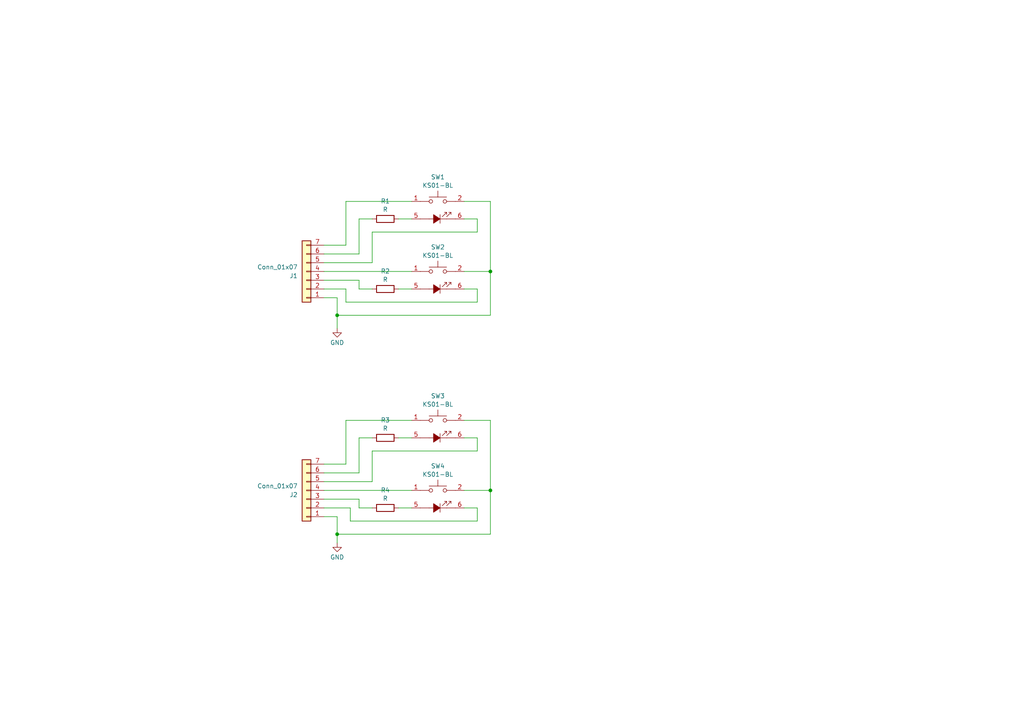
<source format=kicad_sch>
(kicad_sch (version 20230121) (generator eeschema)

  (uuid aadbc79b-64c9-4211-bd62-433a829a44c8)

  (paper "A4")

  (lib_symbols
    (symbol "Connector_Generic:Conn_01x07" (pin_names (offset 1.016) hide) (in_bom yes) (on_board yes)
      (property "Reference" "J" (at 0 10.16 0)
        (effects (font (size 1.27 1.27)))
      )
      (property "Value" "Conn_01x07" (at 0 -10.16 0)
        (effects (font (size 1.27 1.27)))
      )
      (property "Footprint" "" (at 0 0 0)
        (effects (font (size 1.27 1.27)) hide)
      )
      (property "Datasheet" "~" (at 0 0 0)
        (effects (font (size 1.27 1.27)) hide)
      )
      (property "ki_keywords" "connector" (at 0 0 0)
        (effects (font (size 1.27 1.27)) hide)
      )
      (property "ki_description" "Generic connector, single row, 01x07, script generated (kicad-library-utils/schlib/autogen/connector/)" (at 0 0 0)
        (effects (font (size 1.27 1.27)) hide)
      )
      (property "ki_fp_filters" "Connector*:*_1x??_*" (at 0 0 0)
        (effects (font (size 1.27 1.27)) hide)
      )
      (symbol "Conn_01x07_1_1"
        (rectangle (start -1.27 -7.493) (end 0 -7.747)
          (stroke (width 0.1524) (type default))
          (fill (type none))
        )
        (rectangle (start -1.27 -4.953) (end 0 -5.207)
          (stroke (width 0.1524) (type default))
          (fill (type none))
        )
        (rectangle (start -1.27 -2.413) (end 0 -2.667)
          (stroke (width 0.1524) (type default))
          (fill (type none))
        )
        (rectangle (start -1.27 0.127) (end 0 -0.127)
          (stroke (width 0.1524) (type default))
          (fill (type none))
        )
        (rectangle (start -1.27 2.667) (end 0 2.413)
          (stroke (width 0.1524) (type default))
          (fill (type none))
        )
        (rectangle (start -1.27 5.207) (end 0 4.953)
          (stroke (width 0.1524) (type default))
          (fill (type none))
        )
        (rectangle (start -1.27 7.747) (end 0 7.493)
          (stroke (width 0.1524) (type default))
          (fill (type none))
        )
        (rectangle (start -1.27 8.89) (end 1.27 -8.89)
          (stroke (width 0.254) (type default))
          (fill (type background))
        )
        (pin passive line (at -5.08 7.62 0) (length 3.81)
          (name "Pin_1" (effects (font (size 1.27 1.27))))
          (number "1" (effects (font (size 1.27 1.27))))
        )
        (pin passive line (at -5.08 5.08 0) (length 3.81)
          (name "Pin_2" (effects (font (size 1.27 1.27))))
          (number "2" (effects (font (size 1.27 1.27))))
        )
        (pin passive line (at -5.08 2.54 0) (length 3.81)
          (name "Pin_3" (effects (font (size 1.27 1.27))))
          (number "3" (effects (font (size 1.27 1.27))))
        )
        (pin passive line (at -5.08 0 0) (length 3.81)
          (name "Pin_4" (effects (font (size 1.27 1.27))))
          (number "4" (effects (font (size 1.27 1.27))))
        )
        (pin passive line (at -5.08 -2.54 0) (length 3.81)
          (name "Pin_5" (effects (font (size 1.27 1.27))))
          (number "5" (effects (font (size 1.27 1.27))))
        )
        (pin passive line (at -5.08 -5.08 0) (length 3.81)
          (name "Pin_6" (effects (font (size 1.27 1.27))))
          (number "6" (effects (font (size 1.27 1.27))))
        )
        (pin passive line (at -5.08 -7.62 0) (length 3.81)
          (name "Pin_7" (effects (font (size 1.27 1.27))))
          (number "7" (effects (font (size 1.27 1.27))))
        )
      )
    )
    (symbol "Device:R" (pin_numbers hide) (pin_names (offset 0)) (in_bom yes) (on_board yes)
      (property "Reference" "R" (at 2.032 0 90)
        (effects (font (size 1.27 1.27)))
      )
      (property "Value" "R" (at 0 0 90)
        (effects (font (size 1.27 1.27)))
      )
      (property "Footprint" "" (at -1.778 0 90)
        (effects (font (size 1.27 1.27)) hide)
      )
      (property "Datasheet" "~" (at 0 0 0)
        (effects (font (size 1.27 1.27)) hide)
      )
      (property "ki_keywords" "R res resistor" (at 0 0 0)
        (effects (font (size 1.27 1.27)) hide)
      )
      (property "ki_description" "Resistor" (at 0 0 0)
        (effects (font (size 1.27 1.27)) hide)
      )
      (property "ki_fp_filters" "R_*" (at 0 0 0)
        (effects (font (size 1.27 1.27)) hide)
      )
      (symbol "R_0_1"
        (rectangle (start -1.016 -2.54) (end 1.016 2.54)
          (stroke (width 0.254) (type default))
          (fill (type none))
        )
      )
      (symbol "R_1_1"
        (pin passive line (at 0 3.81 270) (length 1.27)
          (name "~" (effects (font (size 1.27 1.27))))
          (number "1" (effects (font (size 1.27 1.27))))
        )
        (pin passive line (at 0 -3.81 90) (length 1.27)
          (name "~" (effects (font (size 1.27 1.27))))
          (number "2" (effects (font (size 1.27 1.27))))
        )
      )
    )
    (symbol "kiu:KS01-BL" (pin_names (offset 1.016) hide) (in_bom yes) (on_board yes)
      (property "Reference" "SW" (at -5.08 2.54 0)
        (effects (font (size 1.27 1.27)) (justify left))
      )
      (property "Value" "KS01-BL" (at 0 -11.43 0)
        (effects (font (size 1.27 1.27)))
      )
      (property "Footprint" "" (at 0 5.08 0)
        (effects (font (size 1.27 1.27)) hide)
      )
      (property "Datasheet" "http://www.apem.com/int/index.php?controller=attachment&id_attachment=488" (at 0 5.08 0)
        (effects (font (size 1.27 1.27)) hide)
      )
      (property "ki_keywords" "switch normally-open pushbutton push-button LED" (at 0 0 0)
        (effects (font (size 1.27 1.27)) hide)
      )
      (property "ki_description" "MEC 5G single pole normally-open illuminated tactile switch with two LEDs" (at 0 0 0)
        (effects (font (size 1.27 1.27)) hide)
      )
      (property "ki_fp_filters" "SW*MEC*5G*" (at 0 0 0)
        (effects (font (size 1.27 1.27)) hide)
      )
      (symbol "KS01-BL_0_0"
        (polyline
          (pts
            (xy -5.08 -5.08)
            (xy -2.54 -5.08)
          )
          (stroke (width 0) (type default))
          (fill (type none))
        )
        (polyline
          (pts
            (xy -5.08 0)
            (xy -2.54 0)
          )
          (stroke (width 0) (type default))
          (fill (type none))
        )
        (polyline
          (pts
            (xy 0.635 -3.81)
            (xy 0.635 -6.35)
          )
          (stroke (width 0) (type default))
          (fill (type none))
        )
        (polyline
          (pts
            (xy 2.54 -5.08)
            (xy -2.54 -5.08)
          )
          (stroke (width 0) (type default))
          (fill (type none))
        )
        (polyline
          (pts
            (xy 2.54 -3.175)
            (xy 1.27 -4.445)
          )
          (stroke (width 0) (type default))
          (fill (type none))
        )
        (polyline
          (pts
            (xy 2.54 0)
            (xy 5.08 0)
          )
          (stroke (width 0) (type default))
          (fill (type none))
        )
        (polyline
          (pts
            (xy 3.81 -3.175)
            (xy 2.54 -4.445)
          )
          (stroke (width 0) (type default))
          (fill (type none))
        )
        (polyline
          (pts
            (xy 5.08 -5.08)
            (xy 2.54 -5.08)
          )
          (stroke (width 0) (type default))
          (fill (type none))
        )
        (polyline
          (pts
            (xy 2.54 -3.81)
            (xy 2.54 -3.175)
            (xy 1.905 -3.175)
          )
          (stroke (width 0) (type default))
          (fill (type none))
        )
        (polyline
          (pts
            (xy 3.81 -3.81)
            (xy 3.81 -3.175)
            (xy 3.175 -3.175)
          )
          (stroke (width 0) (type default))
          (fill (type none))
        )
        (polyline
          (pts
            (xy 0.635 -5.08)
            (xy -1.27 -3.81)
            (xy -1.27 -6.35)
            (xy 0.635 -5.08)
          )
          (stroke (width 0) (type default))
          (fill (type outline))
        )
      )
      (symbol "KS01-BL_0_1"
        (circle (center -2.032 0) (radius 0.508)
          (stroke (width 0) (type default))
          (fill (type none))
        )
        (polyline
          (pts
            (xy 0 1.27)
            (xy 0 3.048)
          )
          (stroke (width 0) (type default))
          (fill (type none))
        )
        (polyline
          (pts
            (xy 2.54 1.27)
            (xy -2.54 1.27)
          )
          (stroke (width 0) (type default))
          (fill (type none))
        )
        (circle (center 2.032 0) (radius 0.508)
          (stroke (width 0) (type default))
          (fill (type none))
        )
        (pin passive line (at -7.62 0 0) (length 2.54)
          (name "1" (effects (font (size 1.27 1.27))))
          (number "1" (effects (font (size 1.27 1.27))))
        )
        (pin passive line (at 7.62 0 180) (length 2.54)
          (name "2" (effects (font (size 1.27 1.27))))
          (number "2" (effects (font (size 1.27 1.27))))
        )
        (pin passive line (at -7.62 -5.08 0) (length 2.54)
          (name "5" (effects (font (size 1.27 1.27))))
          (number "5" (effects (font (size 1.27 1.27))))
        )
        (pin passive line (at 7.62 -5.08 180) (length 2.54)
          (name "6" (effects (font (size 1.27 1.27))))
          (number "6" (effects (font (size 1.27 1.27))))
        )
      )
    )
    (symbol "power:GND" (power) (pin_names (offset 0)) (in_bom yes) (on_board yes)
      (property "Reference" "#PWR" (at 0 -6.35 0)
        (effects (font (size 1.27 1.27)) hide)
      )
      (property "Value" "GND" (at 0 -3.81 0)
        (effects (font (size 1.27 1.27)))
      )
      (property "Footprint" "" (at 0 0 0)
        (effects (font (size 1.27 1.27)) hide)
      )
      (property "Datasheet" "" (at 0 0 0)
        (effects (font (size 1.27 1.27)) hide)
      )
      (property "ki_keywords" "global power" (at 0 0 0)
        (effects (font (size 1.27 1.27)) hide)
      )
      (property "ki_description" "Power symbol creates a global label with name \"GND\" , ground" (at 0 0 0)
        (effects (font (size 1.27 1.27)) hide)
      )
      (symbol "GND_0_1"
        (polyline
          (pts
            (xy 0 0)
            (xy 0 -1.27)
            (xy 1.27 -1.27)
            (xy 0 -2.54)
            (xy -1.27 -1.27)
            (xy 0 -1.27)
          )
          (stroke (width 0) (type default))
          (fill (type none))
        )
      )
      (symbol "GND_1_1"
        (pin power_in line (at 0 0 270) (length 0) hide
          (name "GND" (effects (font (size 1.27 1.27))))
          (number "1" (effects (font (size 1.27 1.27))))
        )
      )
    )
  )

  (junction (at 142.24 78.74) (diameter 0) (color 0 0 0 0)
    (uuid 29676013-6267-4c18-866e-d338fdf157d9)
  )
  (junction (at 97.79 154.94) (diameter 0) (color 0 0 0 0)
    (uuid 3ee2049f-cbad-4169-ac84-2165888cfb8a)
  )
  (junction (at 97.79 91.44) (diameter 0) (color 0 0 0 0)
    (uuid 407627ba-a56d-44cd-b85f-3a2aa0064905)
  )
  (junction (at 142.24 142.24) (diameter 0) (color 0 0 0 0)
    (uuid 43fab2ef-8325-4ae7-bb2a-5351df65ba30)
  )

  (wire (pts (xy 115.57 147.32) (xy 119.38 147.32))
    (stroke (width 0) (type default))
    (uuid 0309885e-191f-41db-bafe-2dd44fe3b9a8)
  )
  (wire (pts (xy 134.62 58.42) (xy 142.24 58.42))
    (stroke (width 0) (type default))
    (uuid 07459fe7-cf89-4759-9a3c-8ddb3a29a311)
  )
  (wire (pts (xy 93.98 71.12) (xy 100.33 71.12))
    (stroke (width 0) (type default))
    (uuid 143bd31e-2fc2-4a7e-87bb-23857e775507)
  )
  (wire (pts (xy 93.98 73.66) (xy 104.14 73.66))
    (stroke (width 0) (type default))
    (uuid 1a85a574-a845-408a-82bd-9fc63ba126c5)
  )
  (wire (pts (xy 104.14 81.28) (xy 104.14 83.82))
    (stroke (width 0) (type default))
    (uuid 1ab26962-dc82-4c5d-b928-7a0f8f74c458)
  )
  (wire (pts (xy 138.43 67.31) (xy 138.43 63.5))
    (stroke (width 0) (type default))
    (uuid 1e8f8693-4796-4722-a68b-81659af7de2f)
  )
  (wire (pts (xy 97.79 86.36) (xy 97.79 91.44))
    (stroke (width 0) (type default))
    (uuid 2790511e-4cdf-4f6c-9d61-412ab0f387a8)
  )
  (wire (pts (xy 138.43 130.81) (xy 107.95 130.81))
    (stroke (width 0) (type default))
    (uuid 2c27e9b5-019f-4892-b51a-cffc4f4e8afe)
  )
  (wire (pts (xy 100.33 71.12) (xy 100.33 58.42))
    (stroke (width 0) (type default))
    (uuid 2df35822-e339-49ea-87be-d4a4bd6a7b9c)
  )
  (wire (pts (xy 100.33 83.82) (xy 100.33 87.63))
    (stroke (width 0) (type default))
    (uuid 2e7626df-3a5a-483c-a15e-4bbe5763cf01)
  )
  (wire (pts (xy 138.43 87.63) (xy 138.43 83.82))
    (stroke (width 0) (type default))
    (uuid 2fab6516-5b8b-496e-a528-022a71796fdd)
  )
  (wire (pts (xy 100.33 58.42) (xy 119.38 58.42))
    (stroke (width 0) (type default))
    (uuid 3409e6ab-0d6a-4b8c-91c6-9fea8e6a4be0)
  )
  (wire (pts (xy 104.14 73.66) (xy 104.14 63.5))
    (stroke (width 0) (type default))
    (uuid 341f95b5-49e9-40a1-b1f4-bb89d619e0d0)
  )
  (wire (pts (xy 134.62 127) (xy 138.43 127))
    (stroke (width 0) (type default))
    (uuid 3600863a-08eb-42e7-be51-50ca9e436c51)
  )
  (wire (pts (xy 142.24 121.92) (xy 142.24 142.24))
    (stroke (width 0) (type default))
    (uuid 368f7b2c-d958-4eff-b80f-22c19176b22c)
  )
  (wire (pts (xy 100.33 121.92) (xy 119.38 121.92))
    (stroke (width 0) (type default))
    (uuid 46e408c7-9030-4fe3-95ba-d6d3ae9d7d12)
  )
  (wire (pts (xy 104.14 137.16) (xy 104.14 127))
    (stroke (width 0) (type default))
    (uuid 4a9b2d44-391f-4885-a14b-447fee57b13a)
  )
  (wire (pts (xy 93.98 83.82) (xy 100.33 83.82))
    (stroke (width 0) (type default))
    (uuid 4b876a0f-ee56-41b7-bc97-d7bf7ca61f71)
  )
  (wire (pts (xy 93.98 78.74) (xy 119.38 78.74))
    (stroke (width 0) (type default))
    (uuid 5078b3a8-5a40-465f-a7a2-533f614c3b61)
  )
  (wire (pts (xy 104.14 63.5) (xy 107.95 63.5))
    (stroke (width 0) (type default))
    (uuid 524e47d2-3a0f-43a6-ab0a-eecbf4c39a18)
  )
  (wire (pts (xy 115.57 83.82) (xy 119.38 83.82))
    (stroke (width 0) (type default))
    (uuid 58ec8bcc-1f62-4cf8-91c3-8128998a5a62)
  )
  (wire (pts (xy 97.79 149.86) (xy 97.79 154.94))
    (stroke (width 0) (type default))
    (uuid 5e037472-32aa-4d04-93a1-0d61311b6681)
  )
  (wire (pts (xy 142.24 78.74) (xy 142.24 91.44))
    (stroke (width 0) (type default))
    (uuid 5e6cf910-2209-4e2f-b9ba-be0977e2dc00)
  )
  (wire (pts (xy 93.98 139.7) (xy 107.95 139.7))
    (stroke (width 0) (type default))
    (uuid 60683f41-0b6c-4b1d-a502-fdecb00d7395)
  )
  (wire (pts (xy 101.6 151.13) (xy 101.6 147.32))
    (stroke (width 0) (type default))
    (uuid 6200b4f5-c986-4d8e-86b2-8b04f5ed28d4)
  )
  (wire (pts (xy 134.62 78.74) (xy 142.24 78.74))
    (stroke (width 0) (type default))
    (uuid 69263549-3fa5-4f85-a834-ba64beeec15e)
  )
  (wire (pts (xy 101.6 147.32) (xy 93.98 147.32))
    (stroke (width 0) (type default))
    (uuid 6b6a5d2e-bb61-4029-b965-03ec205519f4)
  )
  (wire (pts (xy 107.95 67.31) (xy 138.43 67.31))
    (stroke (width 0) (type default))
    (uuid 6e71af76-9ae8-4cd4-9b80-76aca68679eb)
  )
  (wire (pts (xy 93.98 134.62) (xy 100.33 134.62))
    (stroke (width 0) (type default))
    (uuid 717f526d-67a2-40ee-9f2c-433d89531f08)
  )
  (wire (pts (xy 134.62 121.92) (xy 142.24 121.92))
    (stroke (width 0) (type default))
    (uuid 77ce5463-9dce-4e8c-8882-284765c264fe)
  )
  (wire (pts (xy 138.43 147.32) (xy 134.62 147.32))
    (stroke (width 0) (type default))
    (uuid 7ec60fef-0a69-402a-8c38-8e4e43678ab8)
  )
  (wire (pts (xy 104.14 127) (xy 107.95 127))
    (stroke (width 0) (type default))
    (uuid 7f4b2159-2769-46d1-bbb5-0d88895bfac8)
  )
  (wire (pts (xy 93.98 142.24) (xy 119.38 142.24))
    (stroke (width 0) (type default))
    (uuid 7ffb92e9-fb19-471c-b7e6-f743749d695a)
  )
  (wire (pts (xy 107.95 130.81) (xy 107.95 139.7))
    (stroke (width 0) (type default))
    (uuid 822f1fbc-6954-4532-b3cc-4c74ea3a7213)
  )
  (wire (pts (xy 142.24 142.24) (xy 142.24 154.94))
    (stroke (width 0) (type default))
    (uuid 86020c76-cfe2-40e7-beda-426c9cc027fa)
  )
  (wire (pts (xy 93.98 76.2) (xy 107.95 76.2))
    (stroke (width 0) (type default))
    (uuid 8f589ddc-a6e2-40e5-b4bb-625213b7543e)
  )
  (wire (pts (xy 104.14 83.82) (xy 107.95 83.82))
    (stroke (width 0) (type default))
    (uuid 8fed9fd6-1687-4778-af16-1a84729b86c9)
  )
  (wire (pts (xy 115.57 127) (xy 119.38 127))
    (stroke (width 0) (type default))
    (uuid 9133b824-8440-4600-a31c-e23e8e1fc8b2)
  )
  (wire (pts (xy 100.33 87.63) (xy 138.43 87.63))
    (stroke (width 0) (type default))
    (uuid 999e831a-61aa-46ba-83a5-f89e27ab5647)
  )
  (wire (pts (xy 97.79 91.44) (xy 97.79 95.25))
    (stroke (width 0) (type default))
    (uuid a3f75314-a089-4986-b5dd-c67dbafb6259)
  )
  (wire (pts (xy 104.14 144.78) (xy 104.14 147.32))
    (stroke (width 0) (type default))
    (uuid a6d43235-4d0d-4c3c-967b-d448182796d8)
  )
  (wire (pts (xy 93.98 149.86) (xy 97.79 149.86))
    (stroke (width 0) (type default))
    (uuid b15ed411-740c-47cf-943a-57fc953b5434)
  )
  (wire (pts (xy 104.14 147.32) (xy 107.95 147.32))
    (stroke (width 0) (type default))
    (uuid b516d1c4-ae6a-4313-9281-9cf59739b041)
  )
  (wire (pts (xy 97.79 91.44) (xy 142.24 91.44))
    (stroke (width 0) (type default))
    (uuid b7e880ad-4ae4-45e5-97c0-fdaf6b23c979)
  )
  (wire (pts (xy 115.57 63.5) (xy 119.38 63.5))
    (stroke (width 0) (type default))
    (uuid bc6a9dba-dc77-4aed-8567-f8aeb74afb3b)
  )
  (wire (pts (xy 138.43 151.13) (xy 101.6 151.13))
    (stroke (width 0) (type default))
    (uuid c221168f-51e1-4609-bfe0-adb603a1addf)
  )
  (wire (pts (xy 97.79 154.94) (xy 142.24 154.94))
    (stroke (width 0) (type default))
    (uuid c4581a93-9a1e-4cb1-aa42-7664d4836147)
  )
  (wire (pts (xy 138.43 127) (xy 138.43 130.81))
    (stroke (width 0) (type default))
    (uuid c4bc4e7a-2924-4fc6-bdbf-d4b8255b92da)
  )
  (wire (pts (xy 93.98 81.28) (xy 104.14 81.28))
    (stroke (width 0) (type default))
    (uuid cc241444-62f8-4b28-90cf-92b2d0d99811)
  )
  (wire (pts (xy 93.98 144.78) (xy 104.14 144.78))
    (stroke (width 0) (type default))
    (uuid d375fd07-95dd-4787-a694-fe508d144331)
  )
  (wire (pts (xy 138.43 83.82) (xy 134.62 83.82))
    (stroke (width 0) (type default))
    (uuid d92ea467-3cc8-4a58-bea5-fae1836cfdfa)
  )
  (wire (pts (xy 93.98 137.16) (xy 104.14 137.16))
    (stroke (width 0) (type default))
    (uuid ddc2e0ec-b5ec-41a4-b9cc-3981e0088b89)
  )
  (wire (pts (xy 138.43 147.32) (xy 138.43 151.13))
    (stroke (width 0) (type default))
    (uuid deeb1188-fa58-497e-a6f5-ed4f39bbe98f)
  )
  (wire (pts (xy 93.98 86.36) (xy 97.79 86.36))
    (stroke (width 0) (type default))
    (uuid e009abdc-79e1-4804-b3ab-54cb94fd59b2)
  )
  (wire (pts (xy 134.62 63.5) (xy 138.43 63.5))
    (stroke (width 0) (type default))
    (uuid e9847067-77e7-4a91-8fba-b73eef66107b)
  )
  (wire (pts (xy 142.24 58.42) (xy 142.24 78.74))
    (stroke (width 0) (type default))
    (uuid ede243a7-4c9b-42ce-9280-e3cc9061d46f)
  )
  (wire (pts (xy 107.95 76.2) (xy 107.95 67.31))
    (stroke (width 0) (type default))
    (uuid eea68eda-7820-4a66-9242-c0bc889a1948)
  )
  (wire (pts (xy 100.33 134.62) (xy 100.33 121.92))
    (stroke (width 0) (type default))
    (uuid f404f88b-0a88-44d5-aa9f-2a4eab50d334)
  )
  (wire (pts (xy 97.79 154.94) (xy 97.79 157.48))
    (stroke (width 0) (type default))
    (uuid fb90e246-d615-4230-b79a-8a5018a37a5d)
  )
  (wire (pts (xy 134.62 142.24) (xy 142.24 142.24))
    (stroke (width 0) (type default))
    (uuid fcb98756-8be6-48d4-8e33-770b57874008)
  )

  (symbol (lib_id "Connector_Generic:Conn_01x07") (at 88.9 142.24 180) (unit 1)
    (in_bom yes) (on_board yes) (dnp no)
    (uuid 00f139a0-c424-42e6-b7b0-828f3f5f9831)
    (property "Reference" "J8" (at 86.36 143.51 0)
      (effects (font (size 1.27 1.27)) (justify left))
    )
    (property "Value" "Conn_01x07" (at 86.36 140.97 0)
      (effects (font (size 1.27 1.27)) (justify left))
    )
    (property "Footprint" "Connector_JST:JST_PH_B7B-PH-K_1x07_P2.00mm_Vertical" (at 88.9 142.24 0)
      (effects (font (size 1.27 1.27)) hide)
    )
    (property "Datasheet" "~" (at 88.9 142.24 0)
      (effects (font (size 1.27 1.27)) hide)
    )
    (pin "1" (uuid 6763dc10-3590-4ca7-9bb7-22d5387bd5a6))
    (pin "2" (uuid 128ee482-bf6b-4620-a759-add0dde073f9))
    (pin "3" (uuid dba79aa4-98be-4569-b151-8ca7a754f2f8))
    (pin "4" (uuid ab52f21f-7796-4cb3-bf8e-43c846f46e90))
    (pin "5" (uuid a53801ce-f88c-40c5-9092-b2369658709f))
    (pin "6" (uuid 6c67dca4-1e7b-4a85-a41c-a510a1edefc8))
    (pin "7" (uuid 1bbd4f63-2aa2-432d-b49c-060f6c48d646))
    (instances
      (project "kha-bgt-power-base"
        (path "/57ad5df2-8927-46d9-a1a6-3ab989d6d6dd"
          (reference "J8") (unit 1)
        )
      )
      (project "kha-bgt-generic-4btn-sub"
        (path "/aadbc79b-64c9-4211-bd62-433a829a44c8"
          (reference "J2") (unit 1)
        )
      )
    )
  )

  (symbol (lib_id "kiu:KS01-BL") (at 127 121.92 0) (unit 1)
    (in_bom yes) (on_board yes) (dnp no) (fields_autoplaced)
    (uuid 32f76364-ecf9-4db7-ab08-d0bc81ebc8ac)
    (property "Reference" "SW3" (at 127 114.8547 0)
      (effects (font (size 1.27 1.27)))
    )
    (property "Value" "KS01-BL" (at 127 117.2789 0)
      (effects (font (size 1.27 1.27)))
    )
    (property "Footprint" "kiu-footprints:KS01-BL" (at 127 116.84 0)
      (effects (font (size 1.27 1.27)) hide)
    )
    (property "Datasheet" "http://www.apem.com/int/index.php?controller=attachment&id_attachment=488" (at 127 116.84 0)
      (effects (font (size 1.27 1.27)) hide)
    )
    (pin "1" (uuid 6c6440a1-a720-4015-aa4f-dfd6407124b6))
    (pin "2" (uuid 1e4727ec-db52-427d-ad0b-48155b104f64))
    (pin "5" (uuid b93ae86e-efe9-4b16-9019-7b3d99d167da))
    (pin "6" (uuid 52fa92a5-2f39-4482-9604-ed8a32ee2099))
    (instances
      (project "kha-bgt-generic-4btn-sub"
        (path "/aadbc79b-64c9-4211-bd62-433a829a44c8"
          (reference "SW3") (unit 1)
        )
      )
    )
  )

  (symbol (lib_id "kiu:KS01-BL") (at 127 142.24 0) (unit 1)
    (in_bom yes) (on_board yes) (dnp no) (fields_autoplaced)
    (uuid 396a613a-53e2-4447-b9ca-2d19e3bc3455)
    (property "Reference" "SW4" (at 127 135.1747 0)
      (effects (font (size 1.27 1.27)))
    )
    (property "Value" "KS01-BL" (at 127 137.5989 0)
      (effects (font (size 1.27 1.27)))
    )
    (property "Footprint" "kiu-footprints:KS01-BL" (at 127 137.16 0)
      (effects (font (size 1.27 1.27)) hide)
    )
    (property "Datasheet" "http://www.apem.com/int/index.php?controller=attachment&id_attachment=488" (at 127 137.16 0)
      (effects (font (size 1.27 1.27)) hide)
    )
    (pin "1" (uuid cad4fd3d-68c8-4e3e-ada6-a9b71f6637ec))
    (pin "2" (uuid c5867a50-707a-47f7-8a82-0b05d218719a))
    (pin "5" (uuid b1c1da55-235c-4aef-8aa3-bc1df691b15e))
    (pin "6" (uuid 11de758e-58c8-4ccc-8cfc-7223ae7221a6))
    (instances
      (project "kha-bgt-generic-4btn-sub"
        (path "/aadbc79b-64c9-4211-bd62-433a829a44c8"
          (reference "SW4") (unit 1)
        )
      )
    )
  )

  (symbol (lib_id "Device:R") (at 111.76 147.32 90) (unit 1)
    (in_bom yes) (on_board yes) (dnp no) (fields_autoplaced)
    (uuid 45f59237-13dd-4013-b893-f7fb405f5b80)
    (property "Reference" "R4" (at 111.76 142.1597 90)
      (effects (font (size 1.27 1.27)))
    )
    (property "Value" "R" (at 111.76 144.5839 90)
      (effects (font (size 1.27 1.27)))
    )
    (property "Footprint" "Resistor_SMD:R_0805_2012Metric" (at 111.76 149.098 90)
      (effects (font (size 1.27 1.27)) hide)
    )
    (property "Datasheet" "~" (at 111.76 147.32 0)
      (effects (font (size 1.27 1.27)) hide)
    )
    (pin "1" (uuid 133c6d81-b6a2-443f-b4ba-ad0df75d9c42))
    (pin "2" (uuid 7c94bd92-1fe9-4269-99b1-a6194f925558))
    (instances
      (project "kha-bgt-generic-4btn-sub"
        (path "/aadbc79b-64c9-4211-bd62-433a829a44c8"
          (reference "R4") (unit 1)
        )
      )
    )
  )

  (symbol (lib_id "kiu:KS01-BL") (at 127 78.74 0) (unit 1)
    (in_bom yes) (on_board yes) (dnp no) (fields_autoplaced)
    (uuid 5e7b67ac-0936-4050-ad00-2d1ce3b447d7)
    (property "Reference" "SW2" (at 127 71.6747 0)
      (effects (font (size 1.27 1.27)))
    )
    (property "Value" "KS01-BL" (at 127 74.0989 0)
      (effects (font (size 1.27 1.27)))
    )
    (property "Footprint" "kiu-footprints:KS01-BL" (at 127 73.66 0)
      (effects (font (size 1.27 1.27)) hide)
    )
    (property "Datasheet" "http://www.apem.com/int/index.php?controller=attachment&id_attachment=488" (at 127 73.66 0)
      (effects (font (size 1.27 1.27)) hide)
    )
    (pin "1" (uuid f3db94fd-5bbe-40e7-901c-0dd69a395db6))
    (pin "2" (uuid 0d2241c4-b3dc-4d63-b772-d725754e3f4e))
    (pin "5" (uuid 0b019393-a53b-4e49-b4ac-e6c5ff3ee8c8))
    (pin "6" (uuid 6736b050-3bca-41db-86b9-ddaa9e1385fc))
    (instances
      (project "kha-bgt-generic-4btn-sub"
        (path "/aadbc79b-64c9-4211-bd62-433a829a44c8"
          (reference "SW2") (unit 1)
        )
      )
    )
  )

  (symbol (lib_id "Device:R") (at 111.76 127 90) (unit 1)
    (in_bom yes) (on_board yes) (dnp no) (fields_autoplaced)
    (uuid 8428a3d1-3e4a-4b7a-813b-88e6cec0b304)
    (property "Reference" "R3" (at 111.76 121.8397 90)
      (effects (font (size 1.27 1.27)))
    )
    (property "Value" "R" (at 111.76 124.2639 90)
      (effects (font (size 1.27 1.27)))
    )
    (property "Footprint" "Resistor_SMD:R_0805_2012Metric" (at 111.76 128.778 90)
      (effects (font (size 1.27 1.27)) hide)
    )
    (property "Datasheet" "~" (at 111.76 127 0)
      (effects (font (size 1.27 1.27)) hide)
    )
    (pin "1" (uuid 27488fbb-6950-44d4-9ae6-10612b8c9a09))
    (pin "2" (uuid 5fd2b6bd-0d13-437d-b8db-c971fe632584))
    (instances
      (project "kha-bgt-generic-4btn-sub"
        (path "/aadbc79b-64c9-4211-bd62-433a829a44c8"
          (reference "R3") (unit 1)
        )
      )
    )
  )

  (symbol (lib_id "kiu:KS01-BL") (at 127 58.42 0) (unit 1)
    (in_bom yes) (on_board yes) (dnp no) (fields_autoplaced)
    (uuid a600518d-13d5-46be-9e41-b88b2e026592)
    (property "Reference" "SW1" (at 127 51.3547 0)
      (effects (font (size 1.27 1.27)))
    )
    (property "Value" "KS01-BL" (at 127 53.7789 0)
      (effects (font (size 1.27 1.27)))
    )
    (property "Footprint" "kiu-footprints:KS01-BL" (at 127 53.34 0)
      (effects (font (size 1.27 1.27)) hide)
    )
    (property "Datasheet" "http://www.apem.com/int/index.php?controller=attachment&id_attachment=488" (at 127 53.34 0)
      (effects (font (size 1.27 1.27)) hide)
    )
    (pin "1" (uuid 4db0263e-2a81-4101-a281-3d04b048af7d))
    (pin "2" (uuid b287147d-4414-436b-a774-c49d0fb77874))
    (pin "5" (uuid f36c4266-d49d-483e-a4b1-84c8f67fb55c))
    (pin "6" (uuid b3463c2b-8768-4fe1-8126-f077c633a60f))
    (instances
      (project "kha-bgt-generic-4btn-sub"
        (path "/aadbc79b-64c9-4211-bd62-433a829a44c8"
          (reference "SW1") (unit 1)
        )
      )
    )
  )

  (symbol (lib_id "power:GND") (at 97.79 95.25 0) (unit 1)
    (in_bom yes) (on_board yes) (dnp no) (fields_autoplaced)
    (uuid cc2e24c2-5dbe-41fd-8cf3-0100ec44a164)
    (property "Reference" "#PWR01" (at 97.79 101.6 0)
      (effects (font (size 1.27 1.27)) hide)
    )
    (property "Value" "GND" (at 97.79 99.3831 0)
      (effects (font (size 1.27 1.27)))
    )
    (property "Footprint" "" (at 97.79 95.25 0)
      (effects (font (size 1.27 1.27)) hide)
    )
    (property "Datasheet" "" (at 97.79 95.25 0)
      (effects (font (size 1.27 1.27)) hide)
    )
    (pin "1" (uuid 3ae9756c-8e9c-47af-95ec-82cd7843b36a))
    (instances
      (project "kha-bgt-generic-4btn-sub"
        (path "/aadbc79b-64c9-4211-bd62-433a829a44c8"
          (reference "#PWR01") (unit 1)
        )
      )
    )
  )

  (symbol (lib_id "Connector_Generic:Conn_01x07") (at 88.9 78.74 180) (unit 1)
    (in_bom yes) (on_board yes) (dnp no)
    (uuid df4813d1-e1af-48ad-ad07-149995ae68b4)
    (property "Reference" "J4" (at 86.36 80.01 0)
      (effects (font (size 1.27 1.27)) (justify left))
    )
    (property "Value" "Conn_01x07" (at 86.36 77.47 0)
      (effects (font (size 1.27 1.27)) (justify left))
    )
    (property "Footprint" "Connector_JST:JST_PH_B7B-PH-K_1x07_P2.00mm_Vertical" (at 88.9 78.74 0)
      (effects (font (size 1.27 1.27)) hide)
    )
    (property "Datasheet" "~" (at 88.9 78.74 0)
      (effects (font (size 1.27 1.27)) hide)
    )
    (pin "1" (uuid d9190213-2e1a-48c9-80dd-eb725404f3e6))
    (pin "2" (uuid 3dcb5853-96dd-4cee-848f-4882cc79d060))
    (pin "3" (uuid d0ea7b63-3aa2-48a7-9898-e8195ce044bb))
    (pin "4" (uuid 0f32b9ba-b679-437f-9710-127c60c7a644))
    (pin "5" (uuid c446585c-994f-45ed-93ea-f90b13bb4c6e))
    (pin "6" (uuid b24abca7-c354-4110-abb9-395c28021265))
    (pin "7" (uuid 70cee83e-8785-44ef-a378-331f6195e31d))
    (instances
      (project "kha-bgt-power-base"
        (path "/57ad5df2-8927-46d9-a1a6-3ab989d6d6dd"
          (reference "J4") (unit 1)
        )
      )
      (project "kha-bgt-generic-4btn-sub"
        (path "/aadbc79b-64c9-4211-bd62-433a829a44c8"
          (reference "J1") (unit 1)
        )
      )
    )
  )

  (symbol (lib_id "power:GND") (at 97.79 157.48 0) (unit 1)
    (in_bom yes) (on_board yes) (dnp no) (fields_autoplaced)
    (uuid f21cff03-54c1-4390-8e21-cf6ace543583)
    (property "Reference" "#PWR02" (at 97.79 163.83 0)
      (effects (font (size 1.27 1.27)) hide)
    )
    (property "Value" "GND" (at 97.79 161.6131 0)
      (effects (font (size 1.27 1.27)))
    )
    (property "Footprint" "" (at 97.79 157.48 0)
      (effects (font (size 1.27 1.27)) hide)
    )
    (property "Datasheet" "" (at 97.79 157.48 0)
      (effects (font (size 1.27 1.27)) hide)
    )
    (pin "1" (uuid 78d7d60e-d074-4503-90de-7fe42cc4688b))
    (instances
      (project "kha-bgt-generic-4btn-sub"
        (path "/aadbc79b-64c9-4211-bd62-433a829a44c8"
          (reference "#PWR02") (unit 1)
        )
      )
    )
  )

  (symbol (lib_id "Device:R") (at 111.76 63.5 90) (unit 1)
    (in_bom yes) (on_board yes) (dnp no) (fields_autoplaced)
    (uuid f25aa03f-516b-4d7f-83e9-924bd4113c76)
    (property "Reference" "R1" (at 111.76 58.3397 90)
      (effects (font (size 1.27 1.27)))
    )
    (property "Value" "R" (at 111.76 60.7639 90)
      (effects (font (size 1.27 1.27)))
    )
    (property "Footprint" "Resistor_SMD:R_0805_2012Metric" (at 111.76 65.278 90)
      (effects (font (size 1.27 1.27)) hide)
    )
    (property "Datasheet" "~" (at 111.76 63.5 0)
      (effects (font (size 1.27 1.27)) hide)
    )
    (pin "1" (uuid 5ae194c2-24e7-41dc-aaa4-68218f330858))
    (pin "2" (uuid c4ff9ef6-7616-4538-8557-62c730d302d6))
    (instances
      (project "kha-bgt-generic-4btn-sub"
        (path "/aadbc79b-64c9-4211-bd62-433a829a44c8"
          (reference "R1") (unit 1)
        )
      )
    )
  )

  (symbol (lib_id "Device:R") (at 111.76 83.82 90) (unit 1)
    (in_bom yes) (on_board yes) (dnp no) (fields_autoplaced)
    (uuid fc2cd501-cde4-4009-8e23-7285a9957a4a)
    (property "Reference" "R2" (at 111.76 78.6597 90)
      (effects (font (size 1.27 1.27)))
    )
    (property "Value" "R" (at 111.76 81.0839 90)
      (effects (font (size 1.27 1.27)))
    )
    (property "Footprint" "Resistor_SMD:R_0805_2012Metric" (at 111.76 85.598 90)
      (effects (font (size 1.27 1.27)) hide)
    )
    (property "Datasheet" "~" (at 111.76 83.82 0)
      (effects (font (size 1.27 1.27)) hide)
    )
    (pin "1" (uuid be3f8261-5594-4b44-a691-38d3da5c7079))
    (pin "2" (uuid cf351cbe-6b9c-45ba-b265-686d460921d2))
    (instances
      (project "kha-bgt-generic-4btn-sub"
        (path "/aadbc79b-64c9-4211-bd62-433a829a44c8"
          (reference "R2") (unit 1)
        )
      )
    )
  )

  (sheet_instances
    (path "/" (page "1"))
  )
)

</source>
